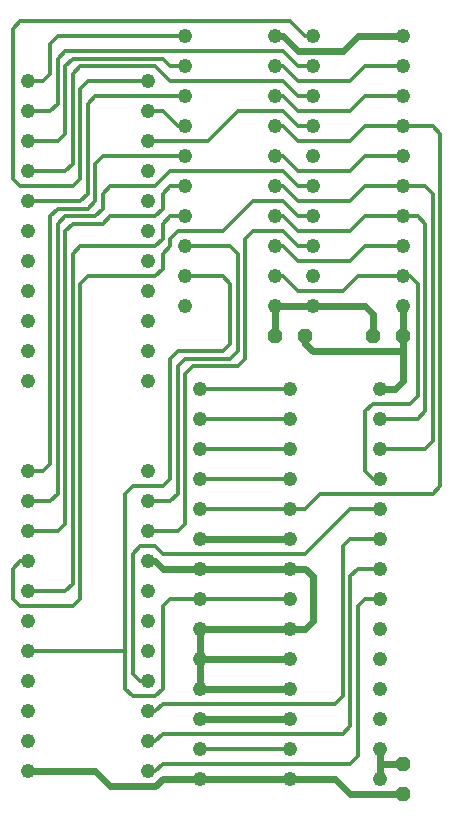
<source format=gbl>
G75*
%MOIN*%
%OFA0B0*%
%FSLAX24Y24*%
%IPPOS*%
%LPD*%
%AMOC8*
5,1,8,0,0,1.08239X$1,22.5*
%
%ADD10C,0.0480*%
%ADD11OC8,0.0480*%
%ADD12C,0.0240*%
%ADD13C,0.0120*%
D10*
X001100Y001783D03*
X001100Y002783D03*
X001100Y003783D03*
X001100Y004783D03*
X001100Y005783D03*
X001100Y006783D03*
X001100Y007783D03*
X001100Y008783D03*
X001100Y009783D03*
X001100Y010783D03*
X001100Y011783D03*
X001100Y014783D03*
X001100Y015783D03*
X001100Y016783D03*
X001100Y017783D03*
X001100Y018783D03*
X001100Y019783D03*
X001100Y020783D03*
X001100Y021783D03*
X001100Y022783D03*
X001100Y023783D03*
X001100Y024783D03*
X005100Y024783D03*
X005100Y023783D03*
X005100Y022783D03*
X005100Y021783D03*
X005100Y020783D03*
X005100Y019783D03*
X005100Y018783D03*
X005100Y017783D03*
X005100Y016783D03*
X005100Y015783D03*
X005100Y014783D03*
X006350Y017283D03*
X006350Y018283D03*
X006350Y019283D03*
X006350Y020283D03*
X006350Y021283D03*
X006350Y022283D03*
X006350Y023283D03*
X006350Y024283D03*
X006350Y025283D03*
X006350Y026283D03*
X009350Y026283D03*
X009350Y025283D03*
X009350Y024283D03*
X009350Y023283D03*
X009350Y022283D03*
X009350Y021283D03*
X009350Y020283D03*
X009350Y019283D03*
X009350Y018283D03*
X009350Y017283D03*
X010600Y017283D03*
X010600Y018283D03*
X010600Y019283D03*
X010600Y020283D03*
X010600Y021283D03*
X010600Y022283D03*
X010600Y023283D03*
X010600Y024283D03*
X010600Y025283D03*
X010600Y026283D03*
X013600Y026283D03*
X013600Y025283D03*
X013600Y024283D03*
X013600Y023283D03*
X013600Y022283D03*
X013600Y021283D03*
X013600Y020283D03*
X013600Y019283D03*
X013600Y018283D03*
X013600Y017283D03*
X012850Y014533D03*
X012850Y014533D03*
X012850Y013533D03*
X012850Y013533D03*
X012850Y012533D03*
X012850Y012533D03*
X012850Y011533D03*
X012850Y011533D03*
X012850Y010533D03*
X012850Y010533D03*
X012850Y009533D03*
X012850Y009533D03*
X012850Y008533D03*
X012850Y008533D03*
X012850Y007533D03*
X012850Y007533D03*
X012850Y006533D03*
X012850Y006533D03*
X012850Y005533D03*
X012850Y005533D03*
X012850Y004533D03*
X012850Y004533D03*
X012850Y003533D03*
X012850Y003533D03*
X012850Y002533D03*
X012850Y002533D03*
X012850Y001533D03*
X012850Y001533D03*
X009850Y001533D03*
X009850Y002533D03*
X009850Y003533D03*
X009850Y004533D03*
X009850Y005533D03*
X009850Y006533D03*
X009850Y007533D03*
X009850Y008533D03*
X009850Y009533D03*
X009850Y010533D03*
X009850Y011533D03*
X009850Y012533D03*
X009850Y013533D03*
X009850Y014533D03*
X006850Y014533D03*
X006850Y013533D03*
X006850Y012533D03*
X006850Y011533D03*
X006850Y010533D03*
X006850Y009533D03*
X006850Y008533D03*
X006850Y007533D03*
X006850Y006533D03*
X006850Y005533D03*
X006850Y004533D03*
X006850Y003533D03*
X006850Y002533D03*
X006850Y001533D03*
X005100Y001783D03*
X005100Y002783D03*
X005100Y003783D03*
X005100Y004783D03*
X005100Y005783D03*
X005100Y006783D03*
X005100Y007783D03*
X005100Y008783D03*
X005100Y009783D03*
X005100Y010783D03*
X005100Y011783D03*
D11*
X009350Y016283D03*
X010350Y016283D03*
X012600Y016283D03*
X013600Y016283D03*
X013600Y002033D03*
X013600Y001033D03*
D12*
X011850Y001033D01*
X011350Y001533D01*
X009850Y001533D01*
X006850Y001533D01*
X005600Y001533D01*
X005350Y001283D01*
X003850Y001283D01*
X003350Y001783D01*
X001100Y001783D01*
X005100Y008783D02*
X005350Y008783D01*
X005600Y008533D01*
X006850Y008533D01*
X009850Y008533D01*
X010350Y008533D01*
X010600Y008283D01*
X010600Y006783D01*
X010350Y006533D01*
X009850Y006533D01*
X006850Y006533D01*
X006850Y005533D01*
X009850Y005533D01*
X009850Y004533D02*
X006850Y004533D01*
X006850Y005533D01*
X006850Y003533D02*
X009850Y003533D01*
X012850Y002533D02*
X012850Y002033D01*
X013600Y002033D01*
X012850Y002033D02*
X012850Y001533D01*
X009850Y009533D02*
X006850Y009533D01*
X010600Y015783D02*
X010350Y016033D01*
X010350Y016283D01*
X010600Y015783D02*
X013600Y015783D01*
X013600Y014783D01*
X013350Y014533D01*
X012850Y014533D01*
X013600Y015783D02*
X013600Y016283D01*
X013600Y017283D01*
X012600Y017033D02*
X012600Y016283D01*
X012600Y017033D02*
X012350Y017283D01*
X010600Y017283D01*
X009350Y017283D01*
X009350Y016283D01*
X010100Y025783D02*
X011600Y025783D01*
X012100Y026283D01*
X013600Y026283D01*
X010100Y025783D02*
X009600Y026283D01*
X009350Y026283D01*
D13*
X009600Y025783D02*
X010100Y025283D01*
X010600Y025283D01*
X010100Y024783D02*
X011850Y024783D01*
X012350Y025283D01*
X013600Y025283D01*
X013600Y024283D02*
X012350Y024283D01*
X011850Y023783D01*
X010100Y023783D01*
X009600Y024283D01*
X009350Y024283D01*
X009600Y023783D02*
X010100Y023283D01*
X010600Y023283D01*
X010100Y022783D02*
X011850Y022783D01*
X012350Y023283D01*
X013600Y023283D01*
X014600Y023283D01*
X014850Y023033D01*
X014850Y011283D01*
X014600Y011033D01*
X010850Y011033D01*
X010350Y010533D01*
X009850Y010533D01*
X006850Y010533D01*
X006350Y010033D02*
X006350Y015033D01*
X006600Y015283D01*
X008100Y015283D01*
X008350Y015533D01*
X008350Y019533D01*
X008600Y019783D01*
X009600Y019783D01*
X010100Y019283D01*
X010600Y019283D01*
X010100Y018783D02*
X011850Y018783D01*
X012350Y019283D01*
X013600Y019283D01*
X013600Y018283D02*
X013850Y018283D01*
X014100Y018033D01*
X014100Y014283D01*
X013850Y014033D01*
X012600Y014033D01*
X012350Y013783D01*
X012350Y011783D01*
X012600Y011533D01*
X012850Y011533D01*
X012850Y012533D02*
X014350Y012533D01*
X014600Y012783D01*
X014600Y021033D01*
X014350Y021283D01*
X013600Y021283D01*
X012350Y021283D01*
X011850Y020783D01*
X010100Y020783D01*
X009600Y021283D01*
X009350Y021283D01*
X009600Y020783D02*
X010100Y020283D01*
X010600Y020283D01*
X010100Y019783D02*
X011850Y019783D01*
X012350Y020283D01*
X013600Y020283D01*
X014100Y020283D01*
X014350Y020033D01*
X014350Y013783D01*
X014100Y013533D01*
X012850Y013533D01*
X012850Y010533D02*
X011850Y010533D01*
X010350Y009033D01*
X005600Y009033D01*
X005350Y009283D01*
X004850Y009283D01*
X004600Y009033D01*
X004600Y005033D01*
X004850Y004783D01*
X005100Y004783D01*
X005350Y004283D02*
X005600Y004533D01*
X005600Y007283D01*
X005850Y007533D01*
X006850Y007533D01*
X009850Y007533D01*
X011600Y009283D02*
X011600Y004283D01*
X011350Y004033D01*
X005600Y004033D01*
X005350Y003783D01*
X005100Y003783D01*
X005350Y004283D02*
X004600Y004283D01*
X004350Y004533D01*
X004350Y005783D01*
X004350Y011033D01*
X004600Y011283D01*
X005600Y011283D01*
X005850Y011533D01*
X005850Y015533D01*
X006100Y015783D01*
X007600Y015783D01*
X007850Y016033D01*
X007850Y018033D01*
X007600Y018283D01*
X006350Y018283D01*
X006350Y019283D02*
X007850Y019283D01*
X008100Y019033D01*
X008100Y015783D01*
X007850Y015533D01*
X006350Y015533D01*
X006100Y015283D01*
X006100Y011033D01*
X005850Y010783D01*
X005100Y010783D01*
X005100Y009783D02*
X006100Y009783D01*
X006350Y010033D01*
X006850Y011533D02*
X009850Y011533D01*
X009850Y012533D02*
X006850Y012533D01*
X006850Y013533D02*
X009850Y013533D01*
X009850Y014533D02*
X006850Y014533D01*
X005350Y018283D02*
X005600Y018533D01*
X005600Y019033D01*
X005850Y019283D01*
X005850Y019533D01*
X006100Y019783D01*
X007600Y019783D01*
X008600Y020783D01*
X009600Y020783D01*
X009600Y020283D02*
X009350Y020283D01*
X009600Y020283D02*
X010100Y019783D01*
X009600Y019283D02*
X010100Y018783D01*
X009600Y018283D02*
X010100Y017783D01*
X011600Y017783D01*
X012100Y018283D01*
X013600Y018283D01*
X011850Y021783D02*
X012350Y022283D01*
X013600Y022283D01*
X011850Y021783D02*
X010100Y021783D01*
X009600Y022283D01*
X009350Y022283D01*
X009600Y021783D02*
X010100Y021283D01*
X010600Y021283D01*
X010100Y022783D02*
X009600Y023283D01*
X009350Y023283D01*
X009600Y023783D02*
X008100Y023783D01*
X007100Y022783D01*
X005100Y022783D01*
X005100Y023783D02*
X005600Y023783D01*
X006100Y023283D01*
X006350Y023283D01*
X006350Y022283D02*
X003600Y022283D01*
X003350Y022033D01*
X003350Y020783D01*
X003100Y020533D01*
X002100Y020533D01*
X001850Y020283D01*
X001850Y012033D01*
X001600Y011783D01*
X001100Y011783D01*
X001100Y010783D02*
X001850Y010783D01*
X002100Y011033D01*
X002100Y020033D01*
X002350Y020283D01*
X003350Y020283D01*
X003600Y020533D01*
X003600Y021033D01*
X003850Y021283D01*
X005350Y021283D01*
X005850Y021783D01*
X009600Y021783D01*
X009600Y019283D02*
X009350Y019283D01*
X009350Y018283D02*
X009600Y018283D01*
X006350Y020283D02*
X005850Y020283D01*
X005600Y020033D01*
X005600Y019533D01*
X005350Y019283D01*
X002850Y019283D01*
X002600Y019033D01*
X002600Y008033D01*
X002350Y007783D01*
X001100Y007783D01*
X000850Y007283D02*
X002600Y007283D01*
X002850Y007533D01*
X002850Y018033D01*
X003100Y018283D01*
X005350Y018283D01*
X005350Y020283D02*
X005600Y020533D01*
X005600Y021033D01*
X005850Y021283D01*
X006350Y021283D01*
X005350Y020283D02*
X003850Y020283D01*
X003600Y020033D01*
X002600Y020033D01*
X002350Y019783D01*
X002350Y010033D01*
X002100Y009783D01*
X001100Y009783D01*
X001100Y008783D02*
X000850Y008783D01*
X000600Y008533D01*
X000600Y007533D01*
X000850Y007283D01*
X001100Y005783D02*
X004350Y005783D01*
X005600Y003033D02*
X011600Y003033D01*
X011850Y003283D01*
X011850Y008283D01*
X012100Y008533D01*
X012850Y008533D01*
X012850Y009533D02*
X011850Y009533D01*
X011600Y009283D01*
X012350Y007533D02*
X012850Y007533D01*
X012350Y007533D02*
X012100Y007283D01*
X012100Y002283D01*
X011850Y002033D01*
X005600Y002033D01*
X005350Y001783D01*
X005100Y001783D01*
X005100Y002783D02*
X005350Y002783D01*
X005600Y003033D01*
X006850Y002533D02*
X009850Y002533D01*
X002850Y020783D02*
X001100Y020783D01*
X000850Y021283D02*
X002600Y021283D01*
X002850Y021533D01*
X002850Y024533D01*
X003100Y024783D01*
X005100Y024783D01*
X005350Y025283D02*
X005850Y024783D01*
X009600Y024783D01*
X010100Y024283D01*
X010600Y024283D01*
X010100Y024783D02*
X009600Y025283D01*
X009350Y025283D01*
X009600Y025783D02*
X002350Y025783D01*
X002100Y025533D01*
X002100Y024033D01*
X001850Y023783D01*
X001100Y023783D01*
X001100Y024783D02*
X001600Y024783D01*
X001850Y025033D01*
X001850Y026033D01*
X002100Y026283D01*
X006350Y026283D01*
X006350Y025283D02*
X005850Y025283D01*
X005600Y025533D01*
X002600Y025533D01*
X002350Y025283D01*
X002350Y023033D01*
X002100Y022783D01*
X001100Y022783D01*
X001100Y021783D02*
X002350Y021783D01*
X002600Y022033D01*
X002600Y025033D01*
X002850Y025283D01*
X005350Y025283D01*
X006350Y024283D02*
X003350Y024283D01*
X003100Y024033D01*
X003100Y021033D01*
X002850Y020783D01*
X000850Y021283D02*
X000600Y021533D01*
X000600Y026533D01*
X000850Y026783D01*
X009850Y026783D01*
X010350Y026283D01*
X010600Y026283D01*
M02*

</source>
